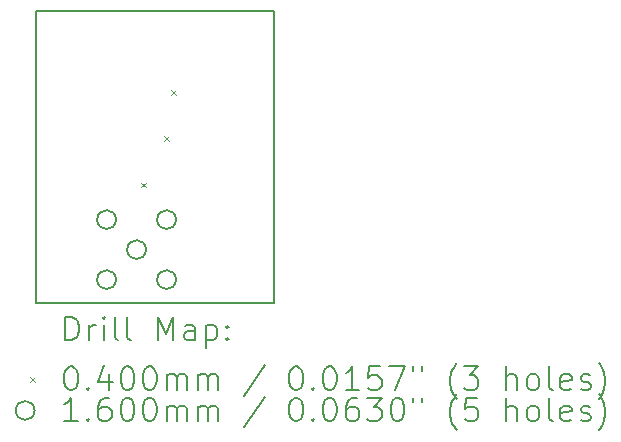
<source format=gbr>
%TF.GenerationSoftware,KiCad,Pcbnew,7.0.8*%
%TF.CreationDate,2024-07-12T13:32:50-07:00*%
%TF.ProjectId,RFBackscatterV1,52464261-636b-4736-9361-747465725631,rev?*%
%TF.SameCoordinates,Original*%
%TF.FileFunction,Drillmap*%
%TF.FilePolarity,Positive*%
%FSLAX45Y45*%
G04 Gerber Fmt 4.5, Leading zero omitted, Abs format (unit mm)*
G04 Created by KiCad (PCBNEW 7.0.8) date 2024-07-12 13:32:50*
%MOMM*%
%LPD*%
G01*
G04 APERTURE LIST*
%ADD10C,0.200000*%
%ADD11C,0.040000*%
%ADD12C,0.160020*%
G04 APERTURE END LIST*
D10*
X16165000Y-7225000D02*
X18180000Y-7225000D01*
X18180000Y-9690000D01*
X16165000Y-9690000D01*
X16165000Y-7225000D01*
D11*
X17055000Y-8675000D02*
X17095000Y-8715000D01*
X17095000Y-8675000D02*
X17055000Y-8715000D01*
X17250000Y-8280000D02*
X17290000Y-8320000D01*
X17290000Y-8280000D02*
X17250000Y-8320000D01*
X17310000Y-7890000D02*
X17350000Y-7930000D01*
X17350000Y-7890000D02*
X17310000Y-7930000D01*
D12*
X16844010Y-8987790D02*
G75*
G03*
X16844010Y-8987790I-80010J0D01*
G01*
X16844010Y-9495790D02*
G75*
G03*
X16844010Y-9495790I-80010J0D01*
G01*
X17098010Y-9241790D02*
G75*
G03*
X17098010Y-9241790I-80010J0D01*
G01*
X17352010Y-8987790D02*
G75*
G03*
X17352010Y-8987790I-80010J0D01*
G01*
X17352010Y-9495790D02*
G75*
G03*
X17352010Y-9495790I-80010J0D01*
G01*
D10*
X16415777Y-10011484D02*
X16415777Y-9811484D01*
X16415777Y-9811484D02*
X16463396Y-9811484D01*
X16463396Y-9811484D02*
X16491967Y-9821008D01*
X16491967Y-9821008D02*
X16511015Y-9840055D01*
X16511015Y-9840055D02*
X16520539Y-9859103D01*
X16520539Y-9859103D02*
X16530062Y-9897198D01*
X16530062Y-9897198D02*
X16530062Y-9925770D01*
X16530062Y-9925770D02*
X16520539Y-9963865D01*
X16520539Y-9963865D02*
X16511015Y-9982912D01*
X16511015Y-9982912D02*
X16491967Y-10001960D01*
X16491967Y-10001960D02*
X16463396Y-10011484D01*
X16463396Y-10011484D02*
X16415777Y-10011484D01*
X16615777Y-10011484D02*
X16615777Y-9878150D01*
X16615777Y-9916246D02*
X16625301Y-9897198D01*
X16625301Y-9897198D02*
X16634824Y-9887674D01*
X16634824Y-9887674D02*
X16653872Y-9878150D01*
X16653872Y-9878150D02*
X16672920Y-9878150D01*
X16739586Y-10011484D02*
X16739586Y-9878150D01*
X16739586Y-9811484D02*
X16730062Y-9821008D01*
X16730062Y-9821008D02*
X16739586Y-9830531D01*
X16739586Y-9830531D02*
X16749110Y-9821008D01*
X16749110Y-9821008D02*
X16739586Y-9811484D01*
X16739586Y-9811484D02*
X16739586Y-9830531D01*
X16863396Y-10011484D02*
X16844348Y-10001960D01*
X16844348Y-10001960D02*
X16834824Y-9982912D01*
X16834824Y-9982912D02*
X16834824Y-9811484D01*
X16968158Y-10011484D02*
X16949110Y-10001960D01*
X16949110Y-10001960D02*
X16939586Y-9982912D01*
X16939586Y-9982912D02*
X16939586Y-9811484D01*
X17196729Y-10011484D02*
X17196729Y-9811484D01*
X17196729Y-9811484D02*
X17263396Y-9954341D01*
X17263396Y-9954341D02*
X17330063Y-9811484D01*
X17330063Y-9811484D02*
X17330063Y-10011484D01*
X17511015Y-10011484D02*
X17511015Y-9906722D01*
X17511015Y-9906722D02*
X17501491Y-9887674D01*
X17501491Y-9887674D02*
X17482444Y-9878150D01*
X17482444Y-9878150D02*
X17444348Y-9878150D01*
X17444348Y-9878150D02*
X17425301Y-9887674D01*
X17511015Y-10001960D02*
X17491967Y-10011484D01*
X17491967Y-10011484D02*
X17444348Y-10011484D01*
X17444348Y-10011484D02*
X17425301Y-10001960D01*
X17425301Y-10001960D02*
X17415777Y-9982912D01*
X17415777Y-9982912D02*
X17415777Y-9963865D01*
X17415777Y-9963865D02*
X17425301Y-9944817D01*
X17425301Y-9944817D02*
X17444348Y-9935293D01*
X17444348Y-9935293D02*
X17491967Y-9935293D01*
X17491967Y-9935293D02*
X17511015Y-9925770D01*
X17606253Y-9878150D02*
X17606253Y-10078150D01*
X17606253Y-9887674D02*
X17625301Y-9878150D01*
X17625301Y-9878150D02*
X17663396Y-9878150D01*
X17663396Y-9878150D02*
X17682444Y-9887674D01*
X17682444Y-9887674D02*
X17691967Y-9897198D01*
X17691967Y-9897198D02*
X17701491Y-9916246D01*
X17701491Y-9916246D02*
X17701491Y-9973389D01*
X17701491Y-9973389D02*
X17691967Y-9992436D01*
X17691967Y-9992436D02*
X17682444Y-10001960D01*
X17682444Y-10001960D02*
X17663396Y-10011484D01*
X17663396Y-10011484D02*
X17625301Y-10011484D01*
X17625301Y-10011484D02*
X17606253Y-10001960D01*
X17787205Y-9992436D02*
X17796729Y-10001960D01*
X17796729Y-10001960D02*
X17787205Y-10011484D01*
X17787205Y-10011484D02*
X17777682Y-10001960D01*
X17777682Y-10001960D02*
X17787205Y-9992436D01*
X17787205Y-9992436D02*
X17787205Y-10011484D01*
X17787205Y-9887674D02*
X17796729Y-9897198D01*
X17796729Y-9897198D02*
X17787205Y-9906722D01*
X17787205Y-9906722D02*
X17777682Y-9897198D01*
X17777682Y-9897198D02*
X17787205Y-9887674D01*
X17787205Y-9887674D02*
X17787205Y-9906722D01*
D11*
X16115000Y-10320000D02*
X16155000Y-10360000D01*
X16155000Y-10320000D02*
X16115000Y-10360000D01*
D10*
X16453872Y-10231484D02*
X16472920Y-10231484D01*
X16472920Y-10231484D02*
X16491967Y-10241008D01*
X16491967Y-10241008D02*
X16501491Y-10250531D01*
X16501491Y-10250531D02*
X16511015Y-10269579D01*
X16511015Y-10269579D02*
X16520539Y-10307674D01*
X16520539Y-10307674D02*
X16520539Y-10355293D01*
X16520539Y-10355293D02*
X16511015Y-10393389D01*
X16511015Y-10393389D02*
X16501491Y-10412436D01*
X16501491Y-10412436D02*
X16491967Y-10421960D01*
X16491967Y-10421960D02*
X16472920Y-10431484D01*
X16472920Y-10431484D02*
X16453872Y-10431484D01*
X16453872Y-10431484D02*
X16434824Y-10421960D01*
X16434824Y-10421960D02*
X16425301Y-10412436D01*
X16425301Y-10412436D02*
X16415777Y-10393389D01*
X16415777Y-10393389D02*
X16406253Y-10355293D01*
X16406253Y-10355293D02*
X16406253Y-10307674D01*
X16406253Y-10307674D02*
X16415777Y-10269579D01*
X16415777Y-10269579D02*
X16425301Y-10250531D01*
X16425301Y-10250531D02*
X16434824Y-10241008D01*
X16434824Y-10241008D02*
X16453872Y-10231484D01*
X16606253Y-10412436D02*
X16615777Y-10421960D01*
X16615777Y-10421960D02*
X16606253Y-10431484D01*
X16606253Y-10431484D02*
X16596729Y-10421960D01*
X16596729Y-10421960D02*
X16606253Y-10412436D01*
X16606253Y-10412436D02*
X16606253Y-10431484D01*
X16787205Y-10298150D02*
X16787205Y-10431484D01*
X16739586Y-10221960D02*
X16691967Y-10364817D01*
X16691967Y-10364817D02*
X16815777Y-10364817D01*
X16930063Y-10231484D02*
X16949110Y-10231484D01*
X16949110Y-10231484D02*
X16968158Y-10241008D01*
X16968158Y-10241008D02*
X16977682Y-10250531D01*
X16977682Y-10250531D02*
X16987205Y-10269579D01*
X16987205Y-10269579D02*
X16996729Y-10307674D01*
X16996729Y-10307674D02*
X16996729Y-10355293D01*
X16996729Y-10355293D02*
X16987205Y-10393389D01*
X16987205Y-10393389D02*
X16977682Y-10412436D01*
X16977682Y-10412436D02*
X16968158Y-10421960D01*
X16968158Y-10421960D02*
X16949110Y-10431484D01*
X16949110Y-10431484D02*
X16930063Y-10431484D01*
X16930063Y-10431484D02*
X16911015Y-10421960D01*
X16911015Y-10421960D02*
X16901491Y-10412436D01*
X16901491Y-10412436D02*
X16891967Y-10393389D01*
X16891967Y-10393389D02*
X16882444Y-10355293D01*
X16882444Y-10355293D02*
X16882444Y-10307674D01*
X16882444Y-10307674D02*
X16891967Y-10269579D01*
X16891967Y-10269579D02*
X16901491Y-10250531D01*
X16901491Y-10250531D02*
X16911015Y-10241008D01*
X16911015Y-10241008D02*
X16930063Y-10231484D01*
X17120539Y-10231484D02*
X17139586Y-10231484D01*
X17139586Y-10231484D02*
X17158634Y-10241008D01*
X17158634Y-10241008D02*
X17168158Y-10250531D01*
X17168158Y-10250531D02*
X17177682Y-10269579D01*
X17177682Y-10269579D02*
X17187205Y-10307674D01*
X17187205Y-10307674D02*
X17187205Y-10355293D01*
X17187205Y-10355293D02*
X17177682Y-10393389D01*
X17177682Y-10393389D02*
X17168158Y-10412436D01*
X17168158Y-10412436D02*
X17158634Y-10421960D01*
X17158634Y-10421960D02*
X17139586Y-10431484D01*
X17139586Y-10431484D02*
X17120539Y-10431484D01*
X17120539Y-10431484D02*
X17101491Y-10421960D01*
X17101491Y-10421960D02*
X17091967Y-10412436D01*
X17091967Y-10412436D02*
X17082444Y-10393389D01*
X17082444Y-10393389D02*
X17072920Y-10355293D01*
X17072920Y-10355293D02*
X17072920Y-10307674D01*
X17072920Y-10307674D02*
X17082444Y-10269579D01*
X17082444Y-10269579D02*
X17091967Y-10250531D01*
X17091967Y-10250531D02*
X17101491Y-10241008D01*
X17101491Y-10241008D02*
X17120539Y-10231484D01*
X17272920Y-10431484D02*
X17272920Y-10298150D01*
X17272920Y-10317198D02*
X17282444Y-10307674D01*
X17282444Y-10307674D02*
X17301491Y-10298150D01*
X17301491Y-10298150D02*
X17330063Y-10298150D01*
X17330063Y-10298150D02*
X17349110Y-10307674D01*
X17349110Y-10307674D02*
X17358634Y-10326722D01*
X17358634Y-10326722D02*
X17358634Y-10431484D01*
X17358634Y-10326722D02*
X17368158Y-10307674D01*
X17368158Y-10307674D02*
X17387205Y-10298150D01*
X17387205Y-10298150D02*
X17415777Y-10298150D01*
X17415777Y-10298150D02*
X17434825Y-10307674D01*
X17434825Y-10307674D02*
X17444348Y-10326722D01*
X17444348Y-10326722D02*
X17444348Y-10431484D01*
X17539586Y-10431484D02*
X17539586Y-10298150D01*
X17539586Y-10317198D02*
X17549110Y-10307674D01*
X17549110Y-10307674D02*
X17568158Y-10298150D01*
X17568158Y-10298150D02*
X17596729Y-10298150D01*
X17596729Y-10298150D02*
X17615777Y-10307674D01*
X17615777Y-10307674D02*
X17625301Y-10326722D01*
X17625301Y-10326722D02*
X17625301Y-10431484D01*
X17625301Y-10326722D02*
X17634825Y-10307674D01*
X17634825Y-10307674D02*
X17653872Y-10298150D01*
X17653872Y-10298150D02*
X17682444Y-10298150D01*
X17682444Y-10298150D02*
X17701491Y-10307674D01*
X17701491Y-10307674D02*
X17711015Y-10326722D01*
X17711015Y-10326722D02*
X17711015Y-10431484D01*
X18101491Y-10221960D02*
X17930063Y-10479103D01*
X18358634Y-10231484D02*
X18377682Y-10231484D01*
X18377682Y-10231484D02*
X18396729Y-10241008D01*
X18396729Y-10241008D02*
X18406253Y-10250531D01*
X18406253Y-10250531D02*
X18415777Y-10269579D01*
X18415777Y-10269579D02*
X18425301Y-10307674D01*
X18425301Y-10307674D02*
X18425301Y-10355293D01*
X18425301Y-10355293D02*
X18415777Y-10393389D01*
X18415777Y-10393389D02*
X18406253Y-10412436D01*
X18406253Y-10412436D02*
X18396729Y-10421960D01*
X18396729Y-10421960D02*
X18377682Y-10431484D01*
X18377682Y-10431484D02*
X18358634Y-10431484D01*
X18358634Y-10431484D02*
X18339587Y-10421960D01*
X18339587Y-10421960D02*
X18330063Y-10412436D01*
X18330063Y-10412436D02*
X18320539Y-10393389D01*
X18320539Y-10393389D02*
X18311015Y-10355293D01*
X18311015Y-10355293D02*
X18311015Y-10307674D01*
X18311015Y-10307674D02*
X18320539Y-10269579D01*
X18320539Y-10269579D02*
X18330063Y-10250531D01*
X18330063Y-10250531D02*
X18339587Y-10241008D01*
X18339587Y-10241008D02*
X18358634Y-10231484D01*
X18511015Y-10412436D02*
X18520539Y-10421960D01*
X18520539Y-10421960D02*
X18511015Y-10431484D01*
X18511015Y-10431484D02*
X18501491Y-10421960D01*
X18501491Y-10421960D02*
X18511015Y-10412436D01*
X18511015Y-10412436D02*
X18511015Y-10431484D01*
X18644348Y-10231484D02*
X18663396Y-10231484D01*
X18663396Y-10231484D02*
X18682444Y-10241008D01*
X18682444Y-10241008D02*
X18691968Y-10250531D01*
X18691968Y-10250531D02*
X18701491Y-10269579D01*
X18701491Y-10269579D02*
X18711015Y-10307674D01*
X18711015Y-10307674D02*
X18711015Y-10355293D01*
X18711015Y-10355293D02*
X18701491Y-10393389D01*
X18701491Y-10393389D02*
X18691968Y-10412436D01*
X18691968Y-10412436D02*
X18682444Y-10421960D01*
X18682444Y-10421960D02*
X18663396Y-10431484D01*
X18663396Y-10431484D02*
X18644348Y-10431484D01*
X18644348Y-10431484D02*
X18625301Y-10421960D01*
X18625301Y-10421960D02*
X18615777Y-10412436D01*
X18615777Y-10412436D02*
X18606253Y-10393389D01*
X18606253Y-10393389D02*
X18596729Y-10355293D01*
X18596729Y-10355293D02*
X18596729Y-10307674D01*
X18596729Y-10307674D02*
X18606253Y-10269579D01*
X18606253Y-10269579D02*
X18615777Y-10250531D01*
X18615777Y-10250531D02*
X18625301Y-10241008D01*
X18625301Y-10241008D02*
X18644348Y-10231484D01*
X18901491Y-10431484D02*
X18787206Y-10431484D01*
X18844348Y-10431484D02*
X18844348Y-10231484D01*
X18844348Y-10231484D02*
X18825301Y-10260055D01*
X18825301Y-10260055D02*
X18806253Y-10279103D01*
X18806253Y-10279103D02*
X18787206Y-10288627D01*
X19082444Y-10231484D02*
X18987206Y-10231484D01*
X18987206Y-10231484D02*
X18977682Y-10326722D01*
X18977682Y-10326722D02*
X18987206Y-10317198D01*
X18987206Y-10317198D02*
X19006253Y-10307674D01*
X19006253Y-10307674D02*
X19053872Y-10307674D01*
X19053872Y-10307674D02*
X19072920Y-10317198D01*
X19072920Y-10317198D02*
X19082444Y-10326722D01*
X19082444Y-10326722D02*
X19091968Y-10345770D01*
X19091968Y-10345770D02*
X19091968Y-10393389D01*
X19091968Y-10393389D02*
X19082444Y-10412436D01*
X19082444Y-10412436D02*
X19072920Y-10421960D01*
X19072920Y-10421960D02*
X19053872Y-10431484D01*
X19053872Y-10431484D02*
X19006253Y-10431484D01*
X19006253Y-10431484D02*
X18987206Y-10421960D01*
X18987206Y-10421960D02*
X18977682Y-10412436D01*
X19158634Y-10231484D02*
X19291968Y-10231484D01*
X19291968Y-10231484D02*
X19206253Y-10431484D01*
X19358634Y-10231484D02*
X19358634Y-10269579D01*
X19434825Y-10231484D02*
X19434825Y-10269579D01*
X19730063Y-10507674D02*
X19720539Y-10498150D01*
X19720539Y-10498150D02*
X19701491Y-10469579D01*
X19701491Y-10469579D02*
X19691968Y-10450531D01*
X19691968Y-10450531D02*
X19682444Y-10421960D01*
X19682444Y-10421960D02*
X19672920Y-10374341D01*
X19672920Y-10374341D02*
X19672920Y-10336246D01*
X19672920Y-10336246D02*
X19682444Y-10288627D01*
X19682444Y-10288627D02*
X19691968Y-10260055D01*
X19691968Y-10260055D02*
X19701491Y-10241008D01*
X19701491Y-10241008D02*
X19720539Y-10212436D01*
X19720539Y-10212436D02*
X19730063Y-10202912D01*
X19787206Y-10231484D02*
X19911015Y-10231484D01*
X19911015Y-10231484D02*
X19844349Y-10307674D01*
X19844349Y-10307674D02*
X19872920Y-10307674D01*
X19872920Y-10307674D02*
X19891968Y-10317198D01*
X19891968Y-10317198D02*
X19901491Y-10326722D01*
X19901491Y-10326722D02*
X19911015Y-10345770D01*
X19911015Y-10345770D02*
X19911015Y-10393389D01*
X19911015Y-10393389D02*
X19901491Y-10412436D01*
X19901491Y-10412436D02*
X19891968Y-10421960D01*
X19891968Y-10421960D02*
X19872920Y-10431484D01*
X19872920Y-10431484D02*
X19815777Y-10431484D01*
X19815777Y-10431484D02*
X19796730Y-10421960D01*
X19796730Y-10421960D02*
X19787206Y-10412436D01*
X20149111Y-10431484D02*
X20149111Y-10231484D01*
X20234825Y-10431484D02*
X20234825Y-10326722D01*
X20234825Y-10326722D02*
X20225301Y-10307674D01*
X20225301Y-10307674D02*
X20206253Y-10298150D01*
X20206253Y-10298150D02*
X20177682Y-10298150D01*
X20177682Y-10298150D02*
X20158634Y-10307674D01*
X20158634Y-10307674D02*
X20149111Y-10317198D01*
X20358634Y-10431484D02*
X20339587Y-10421960D01*
X20339587Y-10421960D02*
X20330063Y-10412436D01*
X20330063Y-10412436D02*
X20320539Y-10393389D01*
X20320539Y-10393389D02*
X20320539Y-10336246D01*
X20320539Y-10336246D02*
X20330063Y-10317198D01*
X20330063Y-10317198D02*
X20339587Y-10307674D01*
X20339587Y-10307674D02*
X20358634Y-10298150D01*
X20358634Y-10298150D02*
X20387206Y-10298150D01*
X20387206Y-10298150D02*
X20406253Y-10307674D01*
X20406253Y-10307674D02*
X20415777Y-10317198D01*
X20415777Y-10317198D02*
X20425301Y-10336246D01*
X20425301Y-10336246D02*
X20425301Y-10393389D01*
X20425301Y-10393389D02*
X20415777Y-10412436D01*
X20415777Y-10412436D02*
X20406253Y-10421960D01*
X20406253Y-10421960D02*
X20387206Y-10431484D01*
X20387206Y-10431484D02*
X20358634Y-10431484D01*
X20539587Y-10431484D02*
X20520539Y-10421960D01*
X20520539Y-10421960D02*
X20511015Y-10402912D01*
X20511015Y-10402912D02*
X20511015Y-10231484D01*
X20691968Y-10421960D02*
X20672920Y-10431484D01*
X20672920Y-10431484D02*
X20634825Y-10431484D01*
X20634825Y-10431484D02*
X20615777Y-10421960D01*
X20615777Y-10421960D02*
X20606253Y-10402912D01*
X20606253Y-10402912D02*
X20606253Y-10326722D01*
X20606253Y-10326722D02*
X20615777Y-10307674D01*
X20615777Y-10307674D02*
X20634825Y-10298150D01*
X20634825Y-10298150D02*
X20672920Y-10298150D01*
X20672920Y-10298150D02*
X20691968Y-10307674D01*
X20691968Y-10307674D02*
X20701492Y-10326722D01*
X20701492Y-10326722D02*
X20701492Y-10345770D01*
X20701492Y-10345770D02*
X20606253Y-10364817D01*
X20777682Y-10421960D02*
X20796730Y-10431484D01*
X20796730Y-10431484D02*
X20834825Y-10431484D01*
X20834825Y-10431484D02*
X20853873Y-10421960D01*
X20853873Y-10421960D02*
X20863396Y-10402912D01*
X20863396Y-10402912D02*
X20863396Y-10393389D01*
X20863396Y-10393389D02*
X20853873Y-10374341D01*
X20853873Y-10374341D02*
X20834825Y-10364817D01*
X20834825Y-10364817D02*
X20806253Y-10364817D01*
X20806253Y-10364817D02*
X20787206Y-10355293D01*
X20787206Y-10355293D02*
X20777682Y-10336246D01*
X20777682Y-10336246D02*
X20777682Y-10326722D01*
X20777682Y-10326722D02*
X20787206Y-10307674D01*
X20787206Y-10307674D02*
X20806253Y-10298150D01*
X20806253Y-10298150D02*
X20834825Y-10298150D01*
X20834825Y-10298150D02*
X20853873Y-10307674D01*
X20930063Y-10507674D02*
X20939587Y-10498150D01*
X20939587Y-10498150D02*
X20958634Y-10469579D01*
X20958634Y-10469579D02*
X20968158Y-10450531D01*
X20968158Y-10450531D02*
X20977682Y-10421960D01*
X20977682Y-10421960D02*
X20987206Y-10374341D01*
X20987206Y-10374341D02*
X20987206Y-10336246D01*
X20987206Y-10336246D02*
X20977682Y-10288627D01*
X20977682Y-10288627D02*
X20968158Y-10260055D01*
X20968158Y-10260055D02*
X20958634Y-10241008D01*
X20958634Y-10241008D02*
X20939587Y-10212436D01*
X20939587Y-10212436D02*
X20930063Y-10202912D01*
D12*
X16155000Y-10604000D02*
G75*
G03*
X16155000Y-10604000I-80010J0D01*
G01*
D10*
X16520539Y-10695484D02*
X16406253Y-10695484D01*
X16463396Y-10695484D02*
X16463396Y-10495484D01*
X16463396Y-10495484D02*
X16444348Y-10524055D01*
X16444348Y-10524055D02*
X16425301Y-10543103D01*
X16425301Y-10543103D02*
X16406253Y-10552627D01*
X16606253Y-10676436D02*
X16615777Y-10685960D01*
X16615777Y-10685960D02*
X16606253Y-10695484D01*
X16606253Y-10695484D02*
X16596729Y-10685960D01*
X16596729Y-10685960D02*
X16606253Y-10676436D01*
X16606253Y-10676436D02*
X16606253Y-10695484D01*
X16787205Y-10495484D02*
X16749110Y-10495484D01*
X16749110Y-10495484D02*
X16730062Y-10505008D01*
X16730062Y-10505008D02*
X16720539Y-10514531D01*
X16720539Y-10514531D02*
X16701491Y-10543103D01*
X16701491Y-10543103D02*
X16691967Y-10581198D01*
X16691967Y-10581198D02*
X16691967Y-10657389D01*
X16691967Y-10657389D02*
X16701491Y-10676436D01*
X16701491Y-10676436D02*
X16711015Y-10685960D01*
X16711015Y-10685960D02*
X16730062Y-10695484D01*
X16730062Y-10695484D02*
X16768158Y-10695484D01*
X16768158Y-10695484D02*
X16787205Y-10685960D01*
X16787205Y-10685960D02*
X16796729Y-10676436D01*
X16796729Y-10676436D02*
X16806253Y-10657389D01*
X16806253Y-10657389D02*
X16806253Y-10609770D01*
X16806253Y-10609770D02*
X16796729Y-10590722D01*
X16796729Y-10590722D02*
X16787205Y-10581198D01*
X16787205Y-10581198D02*
X16768158Y-10571674D01*
X16768158Y-10571674D02*
X16730062Y-10571674D01*
X16730062Y-10571674D02*
X16711015Y-10581198D01*
X16711015Y-10581198D02*
X16701491Y-10590722D01*
X16701491Y-10590722D02*
X16691967Y-10609770D01*
X16930063Y-10495484D02*
X16949110Y-10495484D01*
X16949110Y-10495484D02*
X16968158Y-10505008D01*
X16968158Y-10505008D02*
X16977682Y-10514531D01*
X16977682Y-10514531D02*
X16987205Y-10533579D01*
X16987205Y-10533579D02*
X16996729Y-10571674D01*
X16996729Y-10571674D02*
X16996729Y-10619293D01*
X16996729Y-10619293D02*
X16987205Y-10657389D01*
X16987205Y-10657389D02*
X16977682Y-10676436D01*
X16977682Y-10676436D02*
X16968158Y-10685960D01*
X16968158Y-10685960D02*
X16949110Y-10695484D01*
X16949110Y-10695484D02*
X16930063Y-10695484D01*
X16930063Y-10695484D02*
X16911015Y-10685960D01*
X16911015Y-10685960D02*
X16901491Y-10676436D01*
X16901491Y-10676436D02*
X16891967Y-10657389D01*
X16891967Y-10657389D02*
X16882444Y-10619293D01*
X16882444Y-10619293D02*
X16882444Y-10571674D01*
X16882444Y-10571674D02*
X16891967Y-10533579D01*
X16891967Y-10533579D02*
X16901491Y-10514531D01*
X16901491Y-10514531D02*
X16911015Y-10505008D01*
X16911015Y-10505008D02*
X16930063Y-10495484D01*
X17120539Y-10495484D02*
X17139586Y-10495484D01*
X17139586Y-10495484D02*
X17158634Y-10505008D01*
X17158634Y-10505008D02*
X17168158Y-10514531D01*
X17168158Y-10514531D02*
X17177682Y-10533579D01*
X17177682Y-10533579D02*
X17187205Y-10571674D01*
X17187205Y-10571674D02*
X17187205Y-10619293D01*
X17187205Y-10619293D02*
X17177682Y-10657389D01*
X17177682Y-10657389D02*
X17168158Y-10676436D01*
X17168158Y-10676436D02*
X17158634Y-10685960D01*
X17158634Y-10685960D02*
X17139586Y-10695484D01*
X17139586Y-10695484D02*
X17120539Y-10695484D01*
X17120539Y-10695484D02*
X17101491Y-10685960D01*
X17101491Y-10685960D02*
X17091967Y-10676436D01*
X17091967Y-10676436D02*
X17082444Y-10657389D01*
X17082444Y-10657389D02*
X17072920Y-10619293D01*
X17072920Y-10619293D02*
X17072920Y-10571674D01*
X17072920Y-10571674D02*
X17082444Y-10533579D01*
X17082444Y-10533579D02*
X17091967Y-10514531D01*
X17091967Y-10514531D02*
X17101491Y-10505008D01*
X17101491Y-10505008D02*
X17120539Y-10495484D01*
X17272920Y-10695484D02*
X17272920Y-10562150D01*
X17272920Y-10581198D02*
X17282444Y-10571674D01*
X17282444Y-10571674D02*
X17301491Y-10562150D01*
X17301491Y-10562150D02*
X17330063Y-10562150D01*
X17330063Y-10562150D02*
X17349110Y-10571674D01*
X17349110Y-10571674D02*
X17358634Y-10590722D01*
X17358634Y-10590722D02*
X17358634Y-10695484D01*
X17358634Y-10590722D02*
X17368158Y-10571674D01*
X17368158Y-10571674D02*
X17387205Y-10562150D01*
X17387205Y-10562150D02*
X17415777Y-10562150D01*
X17415777Y-10562150D02*
X17434825Y-10571674D01*
X17434825Y-10571674D02*
X17444348Y-10590722D01*
X17444348Y-10590722D02*
X17444348Y-10695484D01*
X17539586Y-10695484D02*
X17539586Y-10562150D01*
X17539586Y-10581198D02*
X17549110Y-10571674D01*
X17549110Y-10571674D02*
X17568158Y-10562150D01*
X17568158Y-10562150D02*
X17596729Y-10562150D01*
X17596729Y-10562150D02*
X17615777Y-10571674D01*
X17615777Y-10571674D02*
X17625301Y-10590722D01*
X17625301Y-10590722D02*
X17625301Y-10695484D01*
X17625301Y-10590722D02*
X17634825Y-10571674D01*
X17634825Y-10571674D02*
X17653872Y-10562150D01*
X17653872Y-10562150D02*
X17682444Y-10562150D01*
X17682444Y-10562150D02*
X17701491Y-10571674D01*
X17701491Y-10571674D02*
X17711015Y-10590722D01*
X17711015Y-10590722D02*
X17711015Y-10695484D01*
X18101491Y-10485960D02*
X17930063Y-10743103D01*
X18358634Y-10495484D02*
X18377682Y-10495484D01*
X18377682Y-10495484D02*
X18396729Y-10505008D01*
X18396729Y-10505008D02*
X18406253Y-10514531D01*
X18406253Y-10514531D02*
X18415777Y-10533579D01*
X18415777Y-10533579D02*
X18425301Y-10571674D01*
X18425301Y-10571674D02*
X18425301Y-10619293D01*
X18425301Y-10619293D02*
X18415777Y-10657389D01*
X18415777Y-10657389D02*
X18406253Y-10676436D01*
X18406253Y-10676436D02*
X18396729Y-10685960D01*
X18396729Y-10685960D02*
X18377682Y-10695484D01*
X18377682Y-10695484D02*
X18358634Y-10695484D01*
X18358634Y-10695484D02*
X18339587Y-10685960D01*
X18339587Y-10685960D02*
X18330063Y-10676436D01*
X18330063Y-10676436D02*
X18320539Y-10657389D01*
X18320539Y-10657389D02*
X18311015Y-10619293D01*
X18311015Y-10619293D02*
X18311015Y-10571674D01*
X18311015Y-10571674D02*
X18320539Y-10533579D01*
X18320539Y-10533579D02*
X18330063Y-10514531D01*
X18330063Y-10514531D02*
X18339587Y-10505008D01*
X18339587Y-10505008D02*
X18358634Y-10495484D01*
X18511015Y-10676436D02*
X18520539Y-10685960D01*
X18520539Y-10685960D02*
X18511015Y-10695484D01*
X18511015Y-10695484D02*
X18501491Y-10685960D01*
X18501491Y-10685960D02*
X18511015Y-10676436D01*
X18511015Y-10676436D02*
X18511015Y-10695484D01*
X18644348Y-10495484D02*
X18663396Y-10495484D01*
X18663396Y-10495484D02*
X18682444Y-10505008D01*
X18682444Y-10505008D02*
X18691968Y-10514531D01*
X18691968Y-10514531D02*
X18701491Y-10533579D01*
X18701491Y-10533579D02*
X18711015Y-10571674D01*
X18711015Y-10571674D02*
X18711015Y-10619293D01*
X18711015Y-10619293D02*
X18701491Y-10657389D01*
X18701491Y-10657389D02*
X18691968Y-10676436D01*
X18691968Y-10676436D02*
X18682444Y-10685960D01*
X18682444Y-10685960D02*
X18663396Y-10695484D01*
X18663396Y-10695484D02*
X18644348Y-10695484D01*
X18644348Y-10695484D02*
X18625301Y-10685960D01*
X18625301Y-10685960D02*
X18615777Y-10676436D01*
X18615777Y-10676436D02*
X18606253Y-10657389D01*
X18606253Y-10657389D02*
X18596729Y-10619293D01*
X18596729Y-10619293D02*
X18596729Y-10571674D01*
X18596729Y-10571674D02*
X18606253Y-10533579D01*
X18606253Y-10533579D02*
X18615777Y-10514531D01*
X18615777Y-10514531D02*
X18625301Y-10505008D01*
X18625301Y-10505008D02*
X18644348Y-10495484D01*
X18882444Y-10495484D02*
X18844348Y-10495484D01*
X18844348Y-10495484D02*
X18825301Y-10505008D01*
X18825301Y-10505008D02*
X18815777Y-10514531D01*
X18815777Y-10514531D02*
X18796729Y-10543103D01*
X18796729Y-10543103D02*
X18787206Y-10581198D01*
X18787206Y-10581198D02*
X18787206Y-10657389D01*
X18787206Y-10657389D02*
X18796729Y-10676436D01*
X18796729Y-10676436D02*
X18806253Y-10685960D01*
X18806253Y-10685960D02*
X18825301Y-10695484D01*
X18825301Y-10695484D02*
X18863396Y-10695484D01*
X18863396Y-10695484D02*
X18882444Y-10685960D01*
X18882444Y-10685960D02*
X18891968Y-10676436D01*
X18891968Y-10676436D02*
X18901491Y-10657389D01*
X18901491Y-10657389D02*
X18901491Y-10609770D01*
X18901491Y-10609770D02*
X18891968Y-10590722D01*
X18891968Y-10590722D02*
X18882444Y-10581198D01*
X18882444Y-10581198D02*
X18863396Y-10571674D01*
X18863396Y-10571674D02*
X18825301Y-10571674D01*
X18825301Y-10571674D02*
X18806253Y-10581198D01*
X18806253Y-10581198D02*
X18796729Y-10590722D01*
X18796729Y-10590722D02*
X18787206Y-10609770D01*
X18968158Y-10495484D02*
X19091968Y-10495484D01*
X19091968Y-10495484D02*
X19025301Y-10571674D01*
X19025301Y-10571674D02*
X19053872Y-10571674D01*
X19053872Y-10571674D02*
X19072920Y-10581198D01*
X19072920Y-10581198D02*
X19082444Y-10590722D01*
X19082444Y-10590722D02*
X19091968Y-10609770D01*
X19091968Y-10609770D02*
X19091968Y-10657389D01*
X19091968Y-10657389D02*
X19082444Y-10676436D01*
X19082444Y-10676436D02*
X19072920Y-10685960D01*
X19072920Y-10685960D02*
X19053872Y-10695484D01*
X19053872Y-10695484D02*
X18996729Y-10695484D01*
X18996729Y-10695484D02*
X18977682Y-10685960D01*
X18977682Y-10685960D02*
X18968158Y-10676436D01*
X19215777Y-10495484D02*
X19234825Y-10495484D01*
X19234825Y-10495484D02*
X19253872Y-10505008D01*
X19253872Y-10505008D02*
X19263396Y-10514531D01*
X19263396Y-10514531D02*
X19272920Y-10533579D01*
X19272920Y-10533579D02*
X19282444Y-10571674D01*
X19282444Y-10571674D02*
X19282444Y-10619293D01*
X19282444Y-10619293D02*
X19272920Y-10657389D01*
X19272920Y-10657389D02*
X19263396Y-10676436D01*
X19263396Y-10676436D02*
X19253872Y-10685960D01*
X19253872Y-10685960D02*
X19234825Y-10695484D01*
X19234825Y-10695484D02*
X19215777Y-10695484D01*
X19215777Y-10695484D02*
X19196729Y-10685960D01*
X19196729Y-10685960D02*
X19187206Y-10676436D01*
X19187206Y-10676436D02*
X19177682Y-10657389D01*
X19177682Y-10657389D02*
X19168158Y-10619293D01*
X19168158Y-10619293D02*
X19168158Y-10571674D01*
X19168158Y-10571674D02*
X19177682Y-10533579D01*
X19177682Y-10533579D02*
X19187206Y-10514531D01*
X19187206Y-10514531D02*
X19196729Y-10505008D01*
X19196729Y-10505008D02*
X19215777Y-10495484D01*
X19358634Y-10495484D02*
X19358634Y-10533579D01*
X19434825Y-10495484D02*
X19434825Y-10533579D01*
X19730063Y-10771674D02*
X19720539Y-10762150D01*
X19720539Y-10762150D02*
X19701491Y-10733579D01*
X19701491Y-10733579D02*
X19691968Y-10714531D01*
X19691968Y-10714531D02*
X19682444Y-10685960D01*
X19682444Y-10685960D02*
X19672920Y-10638341D01*
X19672920Y-10638341D02*
X19672920Y-10600246D01*
X19672920Y-10600246D02*
X19682444Y-10552627D01*
X19682444Y-10552627D02*
X19691968Y-10524055D01*
X19691968Y-10524055D02*
X19701491Y-10505008D01*
X19701491Y-10505008D02*
X19720539Y-10476436D01*
X19720539Y-10476436D02*
X19730063Y-10466912D01*
X19901491Y-10495484D02*
X19806253Y-10495484D01*
X19806253Y-10495484D02*
X19796730Y-10590722D01*
X19796730Y-10590722D02*
X19806253Y-10581198D01*
X19806253Y-10581198D02*
X19825301Y-10571674D01*
X19825301Y-10571674D02*
X19872920Y-10571674D01*
X19872920Y-10571674D02*
X19891968Y-10581198D01*
X19891968Y-10581198D02*
X19901491Y-10590722D01*
X19901491Y-10590722D02*
X19911015Y-10609770D01*
X19911015Y-10609770D02*
X19911015Y-10657389D01*
X19911015Y-10657389D02*
X19901491Y-10676436D01*
X19901491Y-10676436D02*
X19891968Y-10685960D01*
X19891968Y-10685960D02*
X19872920Y-10695484D01*
X19872920Y-10695484D02*
X19825301Y-10695484D01*
X19825301Y-10695484D02*
X19806253Y-10685960D01*
X19806253Y-10685960D02*
X19796730Y-10676436D01*
X20149111Y-10695484D02*
X20149111Y-10495484D01*
X20234825Y-10695484D02*
X20234825Y-10590722D01*
X20234825Y-10590722D02*
X20225301Y-10571674D01*
X20225301Y-10571674D02*
X20206253Y-10562150D01*
X20206253Y-10562150D02*
X20177682Y-10562150D01*
X20177682Y-10562150D02*
X20158634Y-10571674D01*
X20158634Y-10571674D02*
X20149111Y-10581198D01*
X20358634Y-10695484D02*
X20339587Y-10685960D01*
X20339587Y-10685960D02*
X20330063Y-10676436D01*
X20330063Y-10676436D02*
X20320539Y-10657389D01*
X20320539Y-10657389D02*
X20320539Y-10600246D01*
X20320539Y-10600246D02*
X20330063Y-10581198D01*
X20330063Y-10581198D02*
X20339587Y-10571674D01*
X20339587Y-10571674D02*
X20358634Y-10562150D01*
X20358634Y-10562150D02*
X20387206Y-10562150D01*
X20387206Y-10562150D02*
X20406253Y-10571674D01*
X20406253Y-10571674D02*
X20415777Y-10581198D01*
X20415777Y-10581198D02*
X20425301Y-10600246D01*
X20425301Y-10600246D02*
X20425301Y-10657389D01*
X20425301Y-10657389D02*
X20415777Y-10676436D01*
X20415777Y-10676436D02*
X20406253Y-10685960D01*
X20406253Y-10685960D02*
X20387206Y-10695484D01*
X20387206Y-10695484D02*
X20358634Y-10695484D01*
X20539587Y-10695484D02*
X20520539Y-10685960D01*
X20520539Y-10685960D02*
X20511015Y-10666912D01*
X20511015Y-10666912D02*
X20511015Y-10495484D01*
X20691968Y-10685960D02*
X20672920Y-10695484D01*
X20672920Y-10695484D02*
X20634825Y-10695484D01*
X20634825Y-10695484D02*
X20615777Y-10685960D01*
X20615777Y-10685960D02*
X20606253Y-10666912D01*
X20606253Y-10666912D02*
X20606253Y-10590722D01*
X20606253Y-10590722D02*
X20615777Y-10571674D01*
X20615777Y-10571674D02*
X20634825Y-10562150D01*
X20634825Y-10562150D02*
X20672920Y-10562150D01*
X20672920Y-10562150D02*
X20691968Y-10571674D01*
X20691968Y-10571674D02*
X20701492Y-10590722D01*
X20701492Y-10590722D02*
X20701492Y-10609770D01*
X20701492Y-10609770D02*
X20606253Y-10628817D01*
X20777682Y-10685960D02*
X20796730Y-10695484D01*
X20796730Y-10695484D02*
X20834825Y-10695484D01*
X20834825Y-10695484D02*
X20853873Y-10685960D01*
X20853873Y-10685960D02*
X20863396Y-10666912D01*
X20863396Y-10666912D02*
X20863396Y-10657389D01*
X20863396Y-10657389D02*
X20853873Y-10638341D01*
X20853873Y-10638341D02*
X20834825Y-10628817D01*
X20834825Y-10628817D02*
X20806253Y-10628817D01*
X20806253Y-10628817D02*
X20787206Y-10619293D01*
X20787206Y-10619293D02*
X20777682Y-10600246D01*
X20777682Y-10600246D02*
X20777682Y-10590722D01*
X20777682Y-10590722D02*
X20787206Y-10571674D01*
X20787206Y-10571674D02*
X20806253Y-10562150D01*
X20806253Y-10562150D02*
X20834825Y-10562150D01*
X20834825Y-10562150D02*
X20853873Y-10571674D01*
X20930063Y-10771674D02*
X20939587Y-10762150D01*
X20939587Y-10762150D02*
X20958634Y-10733579D01*
X20958634Y-10733579D02*
X20968158Y-10714531D01*
X20968158Y-10714531D02*
X20977682Y-10685960D01*
X20977682Y-10685960D02*
X20987206Y-10638341D01*
X20987206Y-10638341D02*
X20987206Y-10600246D01*
X20987206Y-10600246D02*
X20977682Y-10552627D01*
X20977682Y-10552627D02*
X20968158Y-10524055D01*
X20968158Y-10524055D02*
X20958634Y-10505008D01*
X20958634Y-10505008D02*
X20939587Y-10476436D01*
X20939587Y-10476436D02*
X20930063Y-10466912D01*
M02*

</source>
